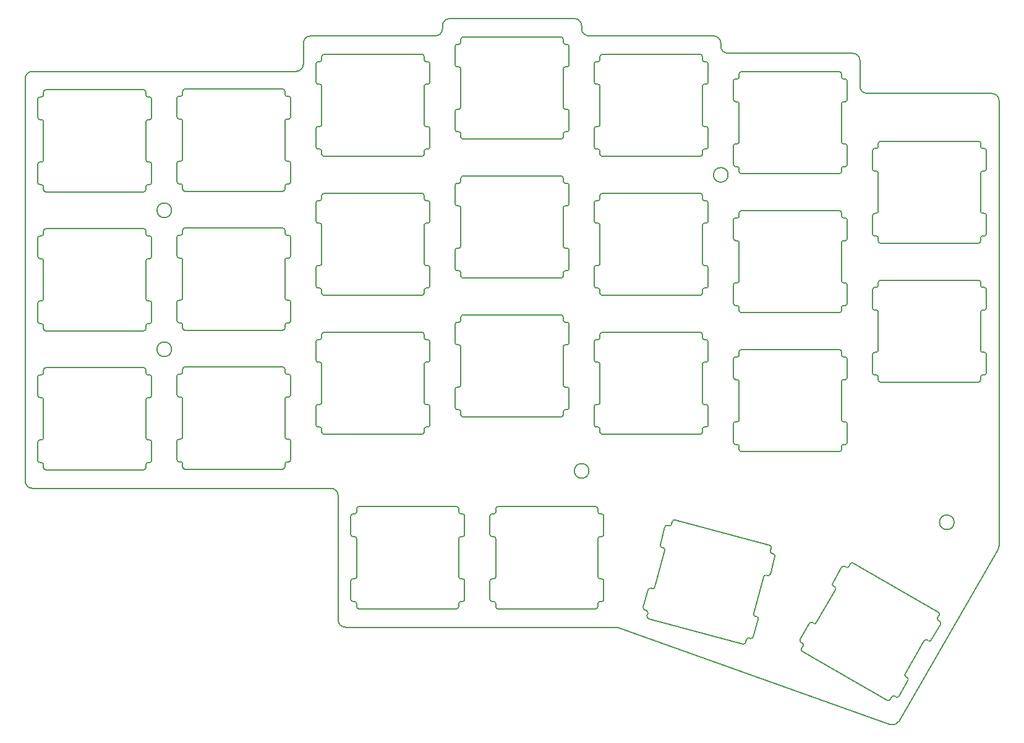
<source format=gm1>
G04 #@! TF.GenerationSoftware,KiCad,Pcbnew,(5.0.2)-1*
G04 #@! TF.CreationDate,2019-09-16T13:17:57-07:00*
G04 #@! TF.ProjectId,plate,706c6174-652e-46b6-9963-61645f706362,rev?*
G04 #@! TF.SameCoordinates,Original*
G04 #@! TF.FileFunction,Profile,NP*
%FSLAX46Y46*%
G04 Gerber Fmt 4.6, Leading zero omitted, Abs format (unit mm)*
G04 Created by KiCad (PCBNEW (5.0.2)-1) date 2019-09-16 1:17:57 PM*
%MOMM*%
%LPD*%
G01*
G04 APERTURE LIST*
%ADD10C,0.200000*%
G04 APERTURE END LIST*
D10*
X110856894Y-76143825D02*
X111057719Y-75796930D01*
X117448504Y-64128097D02*
X105843496Y-57428703D01*
X112050683Y-75677737D02*
X113300884Y-73513054D01*
X-4750700Y-6549200D02*
X8650100Y-6549200D01*
X-5550000Y3352200D02*
X-5350700Y3352200D01*
X113190962Y-73103130D02*
X113017978Y-73003379D01*
X98842725Y-69554137D02*
X110447275Y-76253333D01*
X103100611Y-60580352D02*
X103273307Y-60680101D01*
X-5850000Y-2749600D02*
X-5850000Y-5248700D01*
X9749400Y3652200D02*
X9749400Y6151300D01*
X-5050700Y7153200D02*
X-5050700Y6751300D01*
X36286450Y-66223700D02*
X73213601Y-66223700D01*
X111467216Y-75687351D02*
X111641030Y-75787584D01*
X100374215Y-65703202D02*
X100200663Y-65603128D01*
X8950100Y-6249200D02*
X8950100Y-5848700D01*
X8950100Y6751300D02*
X8950100Y7153200D01*
X73549270Y-66281720D02*
X110846761Y-79572463D01*
X87674563Y13454063D02*
X87674587Y13835237D01*
X-6575300Y-47173700D02*
X34286450Y-47173700D01*
X-5850000Y6151300D02*
X-5850000Y3652200D01*
X98650115Y-68287789D02*
X98823069Y-68387518D01*
X104240116Y-58004483D02*
X102990783Y-60170692D01*
X104823546Y-57994656D02*
X104649879Y-57894490D01*
X9449400Y6451300D02*
X9250100Y6451300D01*
X125774500Y-55089789D02*
X125774500Y5954000D01*
X9250100Y-5548700D02*
X9449400Y-5548700D01*
X-5350700Y-2449600D02*
X-5550000Y-2449600D01*
X112048442Y-79130507D02*
X125640512Y-55589812D01*
X8950100Y-2149600D02*
X8950100Y3052200D01*
X98933077Y-68797307D02*
X98732848Y-69144423D01*
X-5350700Y6451300D02*
X-5550000Y6451300D01*
X99791046Y-65712933D02*
X98540215Y-67877815D01*
X9449400Y-2449600D02*
X9250100Y-2449600D01*
X103383088Y-61089843D02*
X100783902Y-65593275D01*
X8650100Y7453200D02*
X-4750700Y7453200D01*
X86674587Y14835300D02*
X69624650Y14835300D01*
X9250100Y3352200D02*
X9449400Y3352200D01*
X-5550000Y-5548700D02*
X-5350700Y-5548700D01*
X105433878Y-57538212D02*
X105233063Y-57885089D01*
X9749400Y-5248700D02*
X9749400Y-2749600D01*
X-5050700Y3052200D02*
X-5050700Y-2149600D01*
X124774500Y6954000D02*
X107724500Y6954000D01*
X106724500Y7954000D02*
X106724500Y11454000D01*
X-5050700Y-5848700D02*
X-5050700Y-6249200D01*
X35286450Y-48173700D02*
X35286450Y-65223700D01*
X105724500Y12454000D02*
X88674563Y12454000D01*
X52311900Y-50698700D02*
X52111100Y-50698700D01*
X28000000Y-12202300D02*
X28000000Y-11803300D01*
X28799400Y-15302900D02*
X28799400Y-12802300D01*
X8950100Y-31348700D02*
X8950100Y-30946800D01*
X52611900Y-53497900D02*
X52611900Y-50998700D01*
X52111100Y-53797900D02*
X52311900Y-53797900D01*
X37811800Y-54097900D02*
X37811800Y-59299500D01*
X9250100Y-43648700D02*
X9449400Y-43648700D01*
X-5050700Y-43948700D02*
X-5050700Y-44349200D01*
X51811100Y-59299500D02*
X51811100Y-54097900D01*
X52311900Y-59599500D02*
X52111100Y-59599500D01*
X52611900Y-62398700D02*
X52611900Y-59899500D01*
X9449400Y-40549600D02*
X9250100Y-40549600D01*
X52111100Y-62698700D02*
X52311900Y-62698700D01*
X37011000Y-59899500D02*
X37011000Y-62398700D01*
X9250100Y-34747800D02*
X9449400Y-34747800D01*
X28499400Y-12502300D02*
X28300000Y-12502300D01*
X37511800Y-50698700D02*
X37311000Y-50698700D01*
X51811100Y-63399100D02*
X51811100Y-62998700D01*
X38111800Y-63699100D02*
X51511100Y-63699100D01*
X-5550000Y-43648700D02*
X-5350700Y-43648700D01*
X37311000Y-53797900D02*
X37511800Y-53797900D01*
X8950100Y-40249600D02*
X8950100Y-35047800D01*
X9749400Y-43348700D02*
X9749400Y-40849600D01*
X-5050700Y-30946800D02*
X-5050700Y-31348700D01*
X8650100Y-30646800D02*
X-4750700Y-30646800D01*
X37011000Y-50998700D02*
X37011000Y-53497900D01*
X9749400Y-34447800D02*
X9749400Y-31948700D01*
X-4750700Y-44649200D02*
X8650100Y-44649200D01*
X-5850000Y-40849600D02*
X-5850000Y-43348700D01*
X8950100Y-44349200D02*
X8950100Y-43948700D01*
X37811800Y-62998700D02*
X37811800Y-63399100D01*
X37311000Y-62698700D02*
X37511800Y-62698700D01*
X-5350700Y-31648700D02*
X-5550000Y-31648700D01*
X37811800Y-49996900D02*
X37811800Y-50398700D01*
X51511100Y-49696900D02*
X38111800Y-49696900D01*
X9449400Y-31648700D02*
X9250100Y-31648700D01*
X-5350700Y-40549600D02*
X-5550000Y-40549600D01*
X-5050700Y-35047800D02*
X-5050700Y-40249600D01*
X28000000Y-21101500D02*
X28000000Y-15902900D01*
X28300000Y-15602900D02*
X28499400Y-15602900D01*
X-5850000Y-31948700D02*
X-5850000Y-34447800D01*
X-5550000Y-34747800D02*
X-5350700Y-34747800D01*
X103900000Y-28172000D02*
X90499000Y-28172000D01*
X51811100Y-50398700D02*
X51811100Y-49996900D01*
X37511800Y-59599500D02*
X37311000Y-59599500D01*
X85949000Y-29590400D02*
G75*
G02X85649000Y-29890400I-300000J0D01*
G01*
X71149300Y-35389000D02*
G75*
G02X70849300Y-35689000I-300000J0D01*
G01*
X33049300Y-26090800D02*
G75*
G02X33349300Y-25790800I300000J0D01*
G01*
X85649000Y-35689000D02*
G75*
G02X85949000Y-35989000I0J-300000D01*
G01*
X85150000Y-30190400D02*
G75*
G02X85450000Y-29890400I300000J0D01*
G01*
X70649900Y-38789600D02*
G75*
G02X70349900Y-38489600I0J300000D01*
G01*
X70349900Y-35989000D02*
G75*
G02X70649900Y-35689000I300000J0D01*
G01*
X70649900Y-29890400D02*
G75*
G02X70349900Y-29590400I0J300000D01*
G01*
X85450000Y-26791200D02*
G75*
G02X85150000Y-26491200I0J300000D01*
G01*
X85150000Y-39089600D02*
G75*
G02X85450000Y-38789600I300000J0D01*
G01*
X71449300Y-39790100D02*
G75*
G02X71149300Y-39490100I0J300000D01*
G01*
X66100000Y-24110000D02*
X66100000Y-23709500D01*
X70349900Y-27091200D02*
G75*
G02X70649900Y-26791200I300000J0D01*
G01*
X85649000Y-26791200D02*
G75*
G02X85949000Y-27091200I0J-300000D01*
G01*
X85949000Y-38489600D02*
G75*
G02X85649000Y-38789600I-300000J0D01*
G01*
X85150000Y-39490100D02*
G75*
G02X84850000Y-39790100I-300000J0D01*
G01*
X32749300Y-29890400D02*
G75*
G02X33049300Y-30190400I0J-300000D01*
G01*
X71149300Y-26491200D02*
G75*
G02X70849300Y-26791200I-300000J0D01*
G01*
X70849300Y-38789600D02*
G75*
G02X71149300Y-39089600I0J-300000D01*
G01*
X85450000Y-35689000D02*
G75*
G02X85150000Y-35389000I0J300000D01*
G01*
X70849300Y-29890400D02*
G75*
G02X71149300Y-30190400I0J-300000D01*
G01*
X66599400Y-24410000D02*
X66400000Y-24410000D01*
X66899400Y-27210600D02*
X66899400Y-24710000D01*
X32549900Y-29890400D02*
G75*
G02X32249900Y-29590400I0J300000D01*
G01*
X32249900Y-27091200D02*
G75*
G02X32549900Y-26791200I300000J0D01*
G01*
X71149300Y-26090800D02*
G75*
G02X71449300Y-25790800I300000J0D01*
G01*
X33049300Y-26491200D02*
G75*
G02X32749300Y-26791200I-300000J0D01*
G01*
X84850000Y-25790800D02*
G75*
G02X85150000Y-26090800I0J-300000D01*
G01*
X85649000Y-16639000D02*
X85450000Y-16639000D01*
X85150000Y11608800D02*
X85150000Y12009200D01*
X85450000Y8209600D02*
X85649000Y8209600D01*
X32749300Y-7741200D02*
X32549900Y-7741200D01*
X85150000Y-7441200D02*
X85150000Y-7040800D01*
X71449300Y-20740100D02*
X84850000Y-20740100D01*
X70349900Y-8041200D02*
X70349900Y-10540400D01*
X85649000Y2411000D02*
X85450000Y2411000D01*
X66400000Y-27510600D02*
X66599400Y-27510600D01*
X66100000Y-33007800D02*
X66100000Y-27810600D01*
X70649900Y-10840400D02*
X70849300Y-10840400D01*
X66599400Y-33307800D02*
X66400000Y-33307800D01*
X85949000Y-19439600D02*
X85949000Y-16939000D01*
X85150000Y2711000D02*
X85150000Y7909600D01*
X47849400Y-19439600D02*
X47849400Y-16939000D01*
X85649000Y-7741200D02*
X85450000Y-7741200D01*
X84850000Y-6740800D02*
X71449300Y-6740800D01*
X66100000Y-37108800D02*
X66100000Y-36708300D01*
X85450000Y-19739600D02*
X85649000Y-19739600D01*
X85949000Y8509600D02*
X85949000Y11008800D01*
X51299900Y-33607800D02*
X51299900Y-36108300D01*
X71149300Y-20039600D02*
X71149300Y-20440100D01*
X33049300Y-7040800D02*
X33049300Y-7441200D01*
X47849400Y-10540400D02*
X47849400Y-8041200D01*
X33049300Y-11140400D02*
X33049300Y-16339000D01*
X47050000Y-20440100D02*
X47050000Y-20039600D01*
X33049300Y-20039600D02*
X33049300Y-20440100D01*
X32549900Y-10840400D02*
X32749300Y-10840400D01*
X70849300Y-7741200D02*
X70649900Y-7741200D01*
X51799300Y-24410000D02*
X51599900Y-24410000D01*
X51799300Y-33307800D02*
X51599900Y-33307800D01*
X52099300Y-27810600D02*
X52099300Y-33007800D01*
X51599900Y-27510600D02*
X51799300Y-27510600D01*
X47350000Y-10840400D02*
X47549400Y-10840400D01*
X32749300Y-16639000D02*
X32549900Y-16639000D01*
X85949000Y-10540400D02*
X85949000Y-8041200D01*
X85450000Y-10840400D02*
X85649000Y-10840400D01*
X70849300Y-16639000D02*
X70649900Y-16639000D01*
X71149300Y-7040800D02*
X71149300Y-7441200D01*
X66899400Y-36108300D02*
X66899400Y-33607800D01*
X66400000Y-36408300D02*
X66599400Y-36408300D01*
X52399300Y-37408800D02*
X65800000Y-37408800D01*
X70649900Y-19739600D02*
X70849300Y-19739600D01*
X85949000Y-389600D02*
X85949000Y2111000D01*
X52099300Y-36708300D02*
X52099300Y-37108800D01*
X51599900Y-36408300D02*
X51799300Y-36408300D01*
X65800000Y-23409500D02*
X52399300Y-23409500D01*
X51299900Y-24710000D02*
X51299900Y-27210600D01*
X32249900Y-16939000D02*
X32249900Y-19439600D01*
X46750000Y-6740800D02*
X33349300Y-6740800D01*
X71149300Y-11140400D02*
X71149300Y-16339000D01*
X47050000Y-7441200D02*
X47050000Y-7040800D01*
X85150000Y-20440100D02*
X85150000Y-20039600D01*
X47350000Y-19739600D02*
X47549400Y-19739600D01*
X32549900Y-19739600D02*
X32749300Y-19739600D01*
X85649000Y11308800D02*
X85450000Y11308800D01*
X70349900Y-16939000D02*
X70349900Y-19439600D01*
X52099300Y-23709500D02*
X52099300Y-24110000D01*
X47549400Y-7741200D02*
X47350000Y-7741200D01*
X47050000Y-16339000D02*
X47050000Y-11140400D01*
X47549400Y-16639000D02*
X47350000Y-16639000D01*
X33349300Y-20740100D02*
X46750000Y-20740100D01*
X32249900Y-8041200D02*
X32249900Y-10540400D01*
X85150000Y-16339000D02*
X85150000Y-11140400D01*
X66100000Y-36708300D02*
G75*
G02X66400000Y-36408300I300000J0D01*
G01*
X51299900Y-24710000D02*
G75*
G02X51599900Y-24410000I300000J0D01*
G01*
X66100000Y-27810600D02*
G75*
G02X66400000Y-27510600I300000J0D01*
G01*
X66899400Y-36108300D02*
G75*
G02X66599400Y-36408300I-300000J0D01*
G01*
X33049300Y-7040800D02*
G75*
G02X33349300Y-6740800I300000J0D01*
G01*
X47050000Y-20440100D02*
G75*
G02X46750000Y-20740100I-300000J0D01*
G01*
X33049300Y-16339000D02*
G75*
G02X32749300Y-16639000I-300000J0D01*
G01*
X51599900Y-27510600D02*
G75*
G02X51299900Y-27210600I0J300000D01*
G01*
X51799300Y-36408300D02*
G75*
G02X52099300Y-36708300I0J-300000D01*
G01*
X52099300Y-24110000D02*
G75*
G02X51799300Y-24410000I-300000J0D01*
G01*
X47350000Y-16639000D02*
G75*
G02X47050000Y-16339000I0J300000D01*
G01*
X32249900Y-8041200D02*
G75*
G02X32549900Y-7741200I300000J0D01*
G01*
X47549400Y-16639000D02*
G75*
G02X47849400Y-16939000I0J-300000D01*
G01*
X32749300Y-10840400D02*
G75*
G02X33049300Y-11140400I0J-300000D01*
G01*
X32249900Y-16939000D02*
G75*
G02X32549900Y-16639000I300000J0D01*
G01*
X65800000Y-23409500D02*
G75*
G02X66100000Y-23709500I0J-300000D01*
G01*
X66400000Y-33307800D02*
G75*
G02X66100000Y-33007800I0J300000D01*
G01*
X47549400Y-7741200D02*
G75*
G02X47849400Y-8041200I0J-300000D01*
G01*
X66400000Y-24410000D02*
G75*
G02X66100000Y-24110000I0J300000D01*
G01*
X47350000Y-7741200D02*
G75*
G02X47050000Y-7441200I0J300000D01*
G01*
X47849400Y-10540400D02*
G75*
G02X47549400Y-10840400I-300000J0D01*
G01*
X33049300Y-7441200D02*
G75*
G02X32749300Y-7741200I-300000J0D01*
G01*
X51299900Y-33607800D02*
G75*
G02X51599900Y-33307800I300000J0D01*
G01*
X32549900Y-10840400D02*
G75*
G02X32249900Y-10540400I0J300000D01*
G01*
X51599900Y-36408300D02*
G75*
G02X51299900Y-36108300I0J300000D01*
G01*
X46750000Y-6740800D02*
G75*
G02X47050000Y-7040800I0J-300000D01*
G01*
X47849400Y-19439600D02*
G75*
G02X47549400Y-19739600I-300000J0D01*
G01*
X32549900Y-19739600D02*
G75*
G02X32249900Y-19439600I0J300000D01*
G01*
X52099300Y-23709500D02*
G75*
G02X52399300Y-23409500I300000J0D01*
G01*
X52099300Y-33007800D02*
G75*
G02X51799300Y-33307800I-300000J0D01*
G01*
X47050000Y-11140400D02*
G75*
G02X47350000Y-10840400I300000J0D01*
G01*
X66599400Y-24410000D02*
G75*
G02X66899400Y-24710000I0J-300000D01*
G01*
X66899400Y-27210600D02*
G75*
G02X66599400Y-27510600I-300000J0D01*
G01*
X47050000Y-20039600D02*
G75*
G02X47350000Y-19739600I300000J0D01*
G01*
X66100000Y-37108800D02*
G75*
G02X65800000Y-37408800I-300000J0D01*
G01*
X52399300Y-37408800D02*
G75*
G02X52099300Y-37108800I0J300000D01*
G01*
X33349300Y-20740100D02*
G75*
G02X33049300Y-20440100I0J300000D01*
G01*
X32749300Y-19739600D02*
G75*
G02X33049300Y-20039600I0J-300000D01*
G01*
X66599400Y-33307800D02*
G75*
G02X66899400Y-33607800I0J-300000D01*
G01*
X51799300Y-27510600D02*
G75*
G02X52099300Y-27810600I0J-300000D01*
G01*
X85150000Y-20440100D02*
G75*
G02X84850000Y-20740100I-300000J0D01*
G01*
X71149300Y11608800D02*
G75*
G02X70849300Y11308800I-300000J0D01*
G01*
X123550000Y-597500D02*
G75*
G02X123250000Y-297500I0J300000D01*
G01*
X71449300Y-20740100D02*
G75*
G02X71149300Y-20440100I0J300000D01*
G01*
X70649900Y-10840400D02*
G75*
G02X70349900Y-10540400I0J300000D01*
G01*
X85450000Y11308800D02*
G75*
G02X85150000Y11608800I0J300000D01*
G01*
X123250000Y-3996700D02*
G75*
G02X123550000Y-3696700I300000J0D01*
G01*
X108449000Y-897500D02*
G75*
G02X108749000Y-597500I300000J0D01*
G01*
X108749000Y-12595800D02*
G75*
G02X108449000Y-12295800I0J300000D01*
G01*
X84850000Y-6740800D02*
G75*
G02X85150000Y-7040800I0J-300000D01*
G01*
X85450000Y-7741200D02*
G75*
G02X85150000Y-7441200I0J300000D01*
G01*
X85649000Y-7741200D02*
G75*
G02X85949000Y-8041200I0J-300000D01*
G01*
X71149300Y-16339000D02*
G75*
G02X70849300Y-16639000I-300000J0D01*
G01*
X85649000Y11308800D02*
G75*
G02X85949000Y11008800I0J-300000D01*
G01*
X85150000Y-11140400D02*
G75*
G02X85450000Y-10840400I300000J0D01*
G01*
X85649000Y-16639000D02*
G75*
G02X85949000Y-16939000I0J-300000D01*
G01*
X85949000Y-19439600D02*
G75*
G02X85649000Y-19739600I-300000J0D01*
G01*
X70849300Y-19739600D02*
G75*
G02X71149300Y-20039600I0J-300000D01*
G01*
X123550000Y-9495300D02*
G75*
G02X123250000Y-9195300I0J300000D01*
G01*
X70649900Y-19739600D02*
G75*
G02X70349900Y-19439600I0J300000D01*
G01*
X70349900Y2111000D02*
G75*
G02X70649900Y2411000I300000J0D01*
G01*
X70349900Y-16939000D02*
G75*
G02X70649900Y-16639000I300000J0D01*
G01*
X71449300Y-1690100D02*
G75*
G02X71149300Y-1390100I0J300000D01*
G01*
X84850000Y12309200D02*
G75*
G02X85150000Y12009200I0J-300000D01*
G01*
X109249000Y-9195300D02*
G75*
G02X108949000Y-9495300I-300000J0D01*
G01*
X85150000Y7909600D02*
G75*
G02X85450000Y8209600I300000J0D01*
G01*
X85150000Y-989600D02*
G75*
G02X85450000Y-689600I300000J0D01*
G01*
X85649000Y2411000D02*
G75*
G02X85949000Y2111000I0J-300000D01*
G01*
X85150000Y-1390100D02*
G75*
G02X84850000Y-1690100I-300000J0D01*
G01*
X70849300Y-689600D02*
G75*
G02X71149300Y-989600I0J-300000D01*
G01*
X123250000Y-12895800D02*
G75*
G02X123550000Y-12595800I300000J0D01*
G01*
X70649900Y8209600D02*
G75*
G02X70349900Y8509600I0J300000D01*
G01*
X123250000Y-13294900D02*
G75*
G02X122950000Y-13594900I-300000J0D01*
G01*
X108949000Y-3696700D02*
G75*
G02X109249000Y-3996700I0J-300000D01*
G01*
X104500000Y-10122500D02*
G75*
G02X104200000Y-9822500I0J300000D01*
G01*
X104999000Y-12921700D02*
G75*
G02X104699000Y-13221700I-300000J0D01*
G01*
X70849300Y-10840400D02*
G75*
G02X71149300Y-11140400I0J-300000D01*
G01*
X70349900Y-8041200D02*
G75*
G02X70649900Y-7741200I300000J0D01*
G01*
X71149300Y-7441200D02*
G75*
G02X70849300Y-7741200I-300000J0D01*
G01*
X71149300Y-7040800D02*
G75*
G02X71449300Y-6740800I300000J0D01*
G01*
X85949000Y8509600D02*
G75*
G02X85649000Y8209600I-300000J0D01*
G01*
X85949000Y-389600D02*
G75*
G02X85649000Y-689600I-300000J0D01*
G01*
X85450000Y2411000D02*
G75*
G02X85150000Y2711000I0J300000D01*
G01*
X70649900Y-689600D02*
G75*
G02X70349900Y-389600I0J300000D01*
G01*
X71149300Y2711000D02*
G75*
G02X70849300Y2411000I-300000J0D01*
G01*
X70849300Y8209600D02*
G75*
G02X71149300Y7909600I0J-300000D01*
G01*
X70349900Y11008800D02*
G75*
G02X70649900Y11308800I300000J0D01*
G01*
X108749000Y-3696700D02*
G75*
G02X108449000Y-3396700I0J300000D01*
G01*
X122950000Y403000D02*
G75*
G02X123250000Y103000I0J-300000D01*
G01*
X109249000Y-297500D02*
G75*
G02X108949000Y-597500I-300000J0D01*
G01*
X104699000Y-10122500D02*
G75*
G02X104999000Y-10422500I0J-300000D01*
G01*
X71149300Y12009200D02*
G75*
G02X71449300Y12309200I300000J0D01*
G01*
X123749000Y-597500D02*
G75*
G02X124049000Y-897500I0J-300000D01*
G01*
X124049000Y-3396700D02*
G75*
G02X123749000Y-3696700I-300000J0D01*
G01*
X124049000Y-12295800D02*
G75*
G02X123749000Y-12595800I-300000J0D01*
G01*
X108449000Y-9795300D02*
G75*
G02X108749000Y-9495300I300000J0D01*
G01*
X108949000Y-12595800D02*
G75*
G02X109249000Y-12895800I0J-300000D01*
G01*
X123749000Y-9495300D02*
G75*
G02X124049000Y-9795300I0J-300000D01*
G01*
X109549000Y-13594900D02*
G75*
G02X109249000Y-13294900I0J300000D01*
G01*
X103900000Y-9122000D02*
G75*
G02X104200000Y-9422000I0J-300000D01*
G01*
X109249000Y103000D02*
G75*
G02X109549000Y403000I300000J0D01*
G01*
X85949000Y-10540400D02*
G75*
G02X85649000Y-10840400I-300000J0D01*
G01*
X85450000Y-16639000D02*
G75*
G02X85150000Y-16339000I0J300000D01*
G01*
X85150000Y-20039600D02*
G75*
G02X85450000Y-19739600I300000J0D01*
G01*
X119630500Y-51840000D02*
G75*
G03X119630500Y-51840000I-1000000J0D01*
G01*
X12474700Y-28123700D02*
G75*
G03X12474700Y-28123700I-1000000J0D01*
G01*
X12474700Y-9073700D02*
G75*
G03X12474700Y-9073700I-1000000J0D01*
G01*
X71149300Y-30190400D02*
X71149300Y-35389000D01*
X70649900Y-29890400D02*
X70849300Y-29890400D01*
X70349900Y-27091200D02*
X70349900Y-29590400D01*
X70849300Y-26791200D02*
X70649900Y-26791200D01*
X71149300Y-26090800D02*
X71149300Y-26491200D01*
X84850000Y-25790800D02*
X71449300Y-25790800D01*
X88674650Y-4214700D02*
G75*
G03X88674650Y-4214700I-1000000J0D01*
G01*
X69624450Y-44792700D02*
G75*
G03X69624450Y-44792700I-1000000J0D01*
G01*
X78281335Y-60927001D02*
X78088550Y-60875095D01*
X104200000Y-28872500D02*
X104200000Y-28472000D01*
X67624650Y17215800D02*
X50574650Y17215800D01*
X-7575300Y8976300D02*
X-7575300Y-46173700D01*
X77800094Y-65043139D02*
X90743206Y-68510761D01*
X104699000Y-38070300D02*
X104500000Y-38070300D01*
X49574650Y16215800D02*
X49574650Y15835300D01*
X48574650Y14835300D02*
X31524650Y14835300D01*
X30524650Y13835300D02*
X30524650Y10976300D01*
X29524650Y9976300D02*
X-6575300Y9976300D01*
X94366360Y-54986704D02*
X81422940Y-51519096D01*
X94475273Y-55740686D02*
X94578569Y-55353888D01*
X94880086Y-56159414D02*
X94687560Y-56107891D01*
X93884751Y-59103072D02*
X94078347Y-59154839D01*
X89899000Y-38070300D02*
X89700000Y-38070300D01*
X91581624Y-67699946D02*
X91774250Y-67751521D01*
X77286274Y-63869019D02*
X77479507Y-63920676D01*
X89400000Y-38370300D02*
X89400000Y-40870800D01*
X81055563Y-51731102D02*
X80951738Y-52117894D01*
X80584357Y-52329899D02*
X80392254Y-52278431D01*
X104200000Y-37770300D02*
X104200000Y-32571700D01*
X89899000Y-29172500D02*
X89700000Y-29172500D01*
X92171619Y-64337954D02*
X93517476Y-59315242D01*
X104200000Y-41869900D02*
X104200000Y-41470800D01*
X90199000Y-41470800D02*
X90199000Y-41869900D01*
X89700000Y-41170800D02*
X89899000Y-41170800D01*
X90199000Y-32571700D02*
X90199000Y-37770300D01*
X80024843Y-52490547D02*
X79377847Y-54904563D01*
X92576909Y-64757030D02*
X92383899Y-64705419D01*
X89400000Y-29472500D02*
X89400000Y-31971700D01*
X91110608Y-68298671D02*
X91214268Y-67912047D01*
X77691805Y-64288148D02*
X77587953Y-64675710D01*
X79994615Y-55691301D02*
X78649117Y-60714932D01*
X79589520Y-55271882D02*
X79782929Y-55324031D01*
X104500000Y-32271700D02*
X104699000Y-32271700D01*
X90199000Y-28472000D02*
X90199000Y-28872500D01*
X90499000Y-42169900D02*
X103900000Y-42169900D01*
X77720772Y-61087148D02*
X77073971Y-63501566D01*
X104999000Y-40870800D02*
X104999000Y-38370300D01*
X104999000Y-31971700D02*
X104999000Y-29472500D01*
X68624650Y15835300D02*
X68624650Y16215800D01*
X94445640Y-58942597D02*
X95092327Y-56526792D01*
X104500000Y-41170800D02*
X104699000Y-41170800D01*
X104699000Y-29172500D02*
X104500000Y-29172500D01*
X92141604Y-67539430D02*
X92789174Y-65124549D01*
X89700000Y-32271700D02*
X89899000Y-32271700D01*
X124049000Y-12295800D02*
X124049000Y-9795300D01*
X123550000Y-3696700D02*
X123749000Y-3696700D01*
X123250000Y-9195300D02*
X123250000Y-3996700D01*
X108749000Y-12595800D02*
X108949000Y-12595800D01*
X123250000Y-13294900D02*
X123250000Y-12895800D01*
X108449000Y-9795300D02*
X108449000Y-12295800D01*
X108949000Y-9495300D02*
X108749000Y-9495300D01*
X85450000Y-689600D02*
X85649000Y-689600D01*
X85150000Y-1390100D02*
X85150000Y-989600D01*
X70649900Y8209600D02*
X70849300Y8209600D01*
X124049000Y-3396700D02*
X124049000Y-897500D01*
X123250000Y-297500D02*
X123250000Y103000D01*
X109249000Y-3996700D02*
X109249000Y-9195300D01*
X70849300Y11308800D02*
X70649900Y11308800D01*
X71449300Y-1690100D02*
X84850000Y-1690100D01*
X71149300Y12009200D02*
X71149300Y11608800D01*
X84850000Y12309200D02*
X71449300Y12309200D01*
X71149300Y-989600D02*
X71149300Y-1390100D01*
X70649900Y-689600D02*
X70849300Y-689600D01*
X70849300Y2411000D02*
X70649900Y2411000D01*
X71149300Y7909600D02*
X71149300Y2711000D01*
X109249000Y-12895800D02*
X109249000Y-13294900D01*
X123749000Y-9495300D02*
X123550000Y-9495300D01*
X123550000Y-12595800D02*
X123749000Y-12595800D01*
X70349900Y2111000D02*
X70349900Y-389600D01*
X70349900Y11008800D02*
X70349900Y8509600D01*
X123749000Y-597500D02*
X123550000Y-597500D01*
X109549000Y-13594900D02*
X122950000Y-13594900D01*
X108749000Y-3696700D02*
X108949000Y-3696700D01*
X89899000Y-19020300D02*
X89700000Y-19020300D01*
X104500000Y-22120800D02*
X104699000Y-22120800D01*
X32549900Y-689600D02*
X32749300Y-689600D01*
X8950100Y-12298700D02*
X8950100Y-11896800D01*
X108449000Y-897500D02*
X108449000Y-3396700D01*
X47050000Y2711000D02*
X47050000Y7909600D01*
X-5050700Y-11896800D02*
X-5050700Y-12298700D01*
X33049300Y7909600D02*
X33049300Y2711000D01*
X108949000Y-597500D02*
X108749000Y-597500D01*
X90199000Y-9422000D02*
X90199000Y-9822500D01*
X109249000Y103000D02*
X109249000Y-297500D01*
X33049300Y-989600D02*
X33049300Y-1390100D01*
X-5050700Y-24898700D02*
X-5050700Y-25299200D01*
X32749300Y2411000D02*
X32549900Y2411000D01*
X47050000Y11608800D02*
X47050000Y12009200D01*
X122950000Y403000D02*
X109549000Y403000D01*
X104200000Y-9822500D02*
X104200000Y-9422000D01*
X104699000Y-10122500D02*
X104500000Y-10122500D01*
X104999000Y-21820800D02*
X104999000Y-19320300D01*
X89700000Y-22120800D02*
X89899000Y-22120800D01*
X47549400Y11308800D02*
X47350000Y11308800D01*
X47050000Y-1390100D02*
X47050000Y-989600D01*
X32249900Y11008800D02*
X32249900Y8509600D01*
X9449400Y-21499600D02*
X9250100Y-21499600D01*
X9749400Y-15397800D02*
X9749400Y-12898700D01*
X-5850000Y-21799600D02*
X-5850000Y-24298700D01*
X8950100Y-21199600D02*
X8950100Y-15997800D01*
X-5850000Y-12898700D02*
X-5850000Y-15397800D01*
X89700000Y-13221700D02*
X89899000Y-13221700D01*
X47849400Y8509600D02*
X47849400Y11008800D01*
X103900000Y-9122000D02*
X90499000Y-9122000D01*
X104999000Y-12921700D02*
X104999000Y-10422500D01*
X104500000Y-13221700D02*
X104699000Y-13221700D01*
X104200000Y-18720300D02*
X104200000Y-13521700D01*
X90499000Y-23119900D02*
X103900000Y-23119900D01*
X32749300Y11308800D02*
X32549900Y11308800D01*
X9449400Y-12598700D02*
X9250100Y-12598700D01*
X9749400Y-24298700D02*
X9749400Y-21799600D01*
X47350000Y-689600D02*
X47549400Y-689600D01*
X104699000Y-19020300D02*
X104500000Y-19020300D01*
X9250100Y-15697800D02*
X9449400Y-15697800D01*
X104200000Y-22819900D02*
X104200000Y-22420800D01*
X90199000Y-22420800D02*
X90199000Y-22819900D01*
X90199000Y-13521700D02*
X90199000Y-18720300D01*
X89400000Y-19320300D02*
X89400000Y-21820800D01*
X89400000Y-10422500D02*
X89400000Y-12921700D01*
X33349300Y-1690100D02*
X46750000Y-1690100D01*
X9250100Y-24598700D02*
X9449400Y-24598700D01*
X-5050700Y-15997800D02*
X-5050700Y-21199600D01*
X89899000Y-10122500D02*
X89700000Y-10122500D01*
X-4750700Y-25599200D02*
X8650100Y-25599200D01*
X-5350700Y-12598700D02*
X-5550000Y-12598700D01*
X47350000Y8209600D02*
X47549400Y8209600D01*
X32249900Y2111000D02*
X32249900Y-389600D01*
X33049300Y12009200D02*
X33049300Y11608800D01*
X-5350700Y-21499600D02*
X-5550000Y-21499600D01*
X47549400Y2411000D02*
X47350000Y2411000D01*
X47849400Y-389600D02*
X47849400Y2111000D01*
X8950100Y-25299200D02*
X8950100Y-24898700D01*
X46750000Y12309200D02*
X33349300Y12309200D01*
X-5550000Y-15697800D02*
X-5350700Y-15697800D01*
X32549900Y8209600D02*
X32749300Y8209600D01*
X-5550000Y-24598700D02*
X-5350700Y-24598700D01*
X28799400Y-5152100D02*
X28799400Y-2651500D01*
X28499400Y6547700D02*
X28300000Y6547700D01*
X13699300Y-21401500D02*
X13500000Y-21401500D01*
X13999300Y-15902900D02*
X13999300Y-21101500D01*
X13200000Y-12802300D02*
X13200000Y-15302900D01*
X27700000Y-11503300D02*
X14299300Y-11503300D01*
X28499400Y-21401500D02*
X28300000Y-21401500D01*
X13699300Y-12502300D02*
X13500000Y-12502300D01*
X13999300Y-24802100D02*
X13999300Y-25201100D01*
X13200000Y-21701500D02*
X13200000Y-24202100D01*
X28000000Y-2051500D02*
X28000000Y3147100D01*
X13999300Y-11803300D02*
X13999300Y-12202300D01*
X28300000Y3447100D02*
X28499400Y3447100D01*
X28799400Y3747100D02*
X28799400Y6247700D01*
X28799400Y-24202100D02*
X28799400Y-21701500D01*
X28300000Y-5452100D02*
X28499400Y-5452100D01*
X28300000Y-24502100D02*
X28499400Y-24502100D01*
X28000000Y-25201100D02*
X28000000Y-24802100D01*
X14299300Y-25501100D02*
X27700000Y-25501100D01*
X13500000Y-15602900D02*
X13699300Y-15602900D01*
X28000000Y6847700D02*
X28000000Y7246700D01*
X28499400Y-2351500D02*
X28300000Y-2351500D01*
X13500000Y-24502100D02*
X13699300Y-24502100D01*
X13699300Y-2351500D02*
X13500000Y-2351500D01*
X13999300Y3147100D02*
X13999300Y-2051500D01*
X123749000Y-28545300D02*
X123550000Y-28545300D01*
X123250000Y-28245300D02*
X123250000Y-23046700D01*
X124049000Y-31345800D02*
X124049000Y-28845300D01*
X109549000Y-32644900D02*
X122950000Y-32644900D01*
X109249000Y-31945800D02*
X109249000Y-32344900D01*
X123749000Y-19647500D02*
X123550000Y-19647500D01*
X123250000Y-19347500D02*
X123250000Y-18947000D01*
X13999300Y-5752100D02*
X13999300Y-6151100D01*
X13500000Y-5452100D02*
X13699300Y-5452100D01*
X13200000Y6247700D02*
X13200000Y3747100D01*
X13500000Y3447100D02*
X13699300Y3447100D01*
X28000000Y-6151100D02*
X28000000Y-5752100D01*
X123250000Y-32344900D02*
X123250000Y-31945800D01*
X14299300Y-6451100D02*
X27700000Y-6451100D01*
X13699300Y6547700D02*
X13500000Y6547700D01*
X124049000Y-22446700D02*
X124049000Y-19947500D01*
X13200000Y-2651500D02*
X13200000Y-5152100D01*
X123550000Y-22746700D02*
X123749000Y-22746700D01*
X123550000Y-31645800D02*
X123749000Y-31645800D01*
X13999300Y7246700D02*
X13999300Y6847700D01*
X27700000Y7546700D02*
X14299300Y7546700D01*
X90499000Y-4069900D02*
X103900000Y-4069900D01*
X90199000Y-3370800D02*
X90199000Y-3769900D01*
X104200000Y9227500D02*
X104200000Y9628000D01*
X104500000Y-3070800D02*
X104699000Y-3070800D01*
X122950000Y-18647000D02*
X109549000Y-18647000D01*
X108749000Y-31645800D02*
X108949000Y-31645800D01*
X104699000Y8927500D02*
X104500000Y8927500D01*
X89700000Y-3070800D02*
X89899000Y-3070800D01*
X104999000Y-2770800D02*
X104999000Y-270300D01*
X108449000Y-28845300D02*
X108449000Y-31345800D01*
X108749000Y-22746700D02*
X108949000Y-22746700D01*
X109249000Y-18947000D02*
X109249000Y-19347500D01*
X104200000Y-3769900D02*
X104200000Y-3370800D01*
X104699000Y29700D02*
X104500000Y29700D01*
X89400000Y-270300D02*
X89400000Y-2770800D01*
X104200000Y329700D02*
X104200000Y5528300D01*
X108949000Y-28545300D02*
X108749000Y-28545300D01*
X109249000Y-23046700D02*
X109249000Y-28245300D01*
X108449000Y-19947500D02*
X108449000Y-22446700D01*
X104999000Y6128300D02*
X104999000Y8627500D01*
X104500000Y5828300D02*
X104699000Y5828300D01*
X108949000Y-19647500D02*
X108749000Y-19647500D01*
X89899000Y29700D02*
X89700000Y29700D01*
X52099300Y10289400D02*
X52099300Y5092200D01*
X66400000Y1691700D02*
X66599400Y1691700D01*
X51799300Y4792200D02*
X51599900Y4792200D01*
X66100000Y991200D02*
X66100000Y1391700D01*
X51299900Y13390000D02*
X51299900Y10889400D01*
X66899400Y1991700D02*
X66899400Y4492200D01*
X89700000Y5828300D02*
X89899000Y5828300D01*
X103900000Y9928000D02*
X90499000Y9928000D01*
X66899400Y10889400D02*
X66899400Y13390000D01*
X66599400Y13690000D02*
X66400000Y13690000D01*
X51299900Y4492200D02*
X51299900Y1991700D01*
X90199000Y5528300D02*
X90199000Y329700D01*
X89400000Y8627500D02*
X89400000Y6128300D01*
X52099300Y1391700D02*
X52099300Y991200D01*
X51599900Y10589400D02*
X51799300Y10589400D01*
X51599900Y1691700D02*
X51799300Y1691700D01*
X89899000Y8927500D02*
X89700000Y8927500D01*
X90199000Y9628000D02*
X90199000Y9227500D01*
X66100000Y13990000D02*
X66100000Y14390500D01*
X66100000Y5092200D02*
X66100000Y10289400D01*
X66599400Y4792200D02*
X66400000Y4792200D01*
X66400000Y10589400D02*
X66599400Y10589400D01*
X52399300Y691200D02*
X65800000Y691200D01*
X66100000Y-18058800D02*
X66100000Y-17658300D01*
X52099300Y-17658300D02*
X52099300Y-18058800D01*
X51599900Y-17358300D02*
X51799300Y-17358300D01*
X51799300Y-5360000D02*
X51599900Y-5360000D01*
X52099300Y-4659500D02*
X52099300Y-5060000D01*
X65800000Y-4359500D02*
X52399300Y-4359500D01*
X51799300Y13690000D02*
X51599900Y13690000D01*
X52099300Y14390500D02*
X52099300Y13990000D01*
X66100000Y-13957800D02*
X66100000Y-8760600D01*
X52099300Y-8760600D02*
X52099300Y-13957800D01*
X65800000Y14690500D02*
X52399300Y14690500D01*
X51799300Y-14257800D02*
X51599900Y-14257800D01*
X51299900Y-5660000D02*
X51299900Y-8160600D01*
X66100000Y-5060000D02*
X66100000Y-4659500D01*
X66599400Y-5360000D02*
X66400000Y-5360000D01*
X66899400Y-8160600D02*
X66899400Y-5660000D01*
X66400000Y-17358300D02*
X66599400Y-17358300D01*
X66400000Y-8460600D02*
X66599400Y-8460600D01*
X51599900Y-8460600D02*
X51799300Y-8460600D01*
X66599400Y-14257800D02*
X66400000Y-14257800D01*
X52399300Y-18358800D02*
X65800000Y-18358800D01*
X51299900Y-14557800D02*
X51299900Y-17058300D01*
X66899400Y-17058300D02*
X66899400Y-14557800D01*
X28799400Y3747100D02*
G75*
G02X28499400Y3447100I-300000J0D01*
G01*
X28300000Y-2351500D02*
G75*
G02X28000000Y-2051500I0J300000D01*
G01*
X28499400Y-2351500D02*
G75*
G02X28799400Y-2651500I0J-300000D01*
G01*
X123749000Y-19647500D02*
G75*
G02X124049000Y-19947500I0J-300000D01*
G01*
X13500000Y3447100D02*
G75*
G02X13200000Y3747100I0J300000D01*
G01*
X13200000Y6247700D02*
G75*
G02X13500000Y6547700I300000J0D01*
G01*
X14299300Y-6451100D02*
G75*
G02X13999300Y-6151100I0J300000D01*
G01*
X13500000Y-5452100D02*
G75*
G02X13200000Y-5152100I0J300000D01*
G01*
X13699300Y3447100D02*
G75*
G02X13999300Y3147100I0J-300000D01*
G01*
X13999300Y7246700D02*
G75*
G02X14299300Y7546700I300000J0D01*
G01*
X13500000Y-15602900D02*
G75*
G02X13200000Y-15302900I0J300000D01*
G01*
X13699300Y-15602900D02*
G75*
G02X13999300Y-15902900I0J-300000D01*
G01*
X123550000Y-19647500D02*
G75*
G02X123250000Y-19347500I0J300000D01*
G01*
X28300000Y6547700D02*
G75*
G02X28000000Y6847700I0J300000D01*
G01*
X28000000Y-5752100D02*
G75*
G02X28300000Y-5452100I300000J0D01*
G01*
X13699300Y-5452100D02*
G75*
G02X13999300Y-5752100I0J-300000D01*
G01*
X28000000Y-6151100D02*
G75*
G02X27700000Y-6451100I-300000J0D01*
G01*
X13999300Y6847700D02*
G75*
G02X13699300Y6547700I-300000J0D01*
G01*
X13999300Y-2051500D02*
G75*
G02X13699300Y-2351500I-300000J0D01*
G01*
X13200000Y-12802300D02*
G75*
G02X13500000Y-12502300I300000J0D01*
G01*
X28499400Y6547700D02*
G75*
G02X28799400Y6247700I0J-300000D01*
G01*
X13200000Y-2651500D02*
G75*
G02X13500000Y-2351500I300000J0D01*
G01*
X122950000Y-18647000D02*
G75*
G02X123250000Y-18947000I0J-300000D01*
G01*
X28799400Y-5152100D02*
G75*
G02X28499400Y-5452100I-300000J0D01*
G01*
X28000000Y3147100D02*
G75*
G02X28300000Y3447100I300000J0D01*
G01*
X13999300Y-12202300D02*
G75*
G02X13699300Y-12502300I-300000J0D01*
G01*
X13999300Y-11803300D02*
G75*
G02X14299300Y-11503300I300000J0D01*
G01*
X27700000Y7546700D02*
G75*
G02X28000000Y7246700I0J-300000D01*
G01*
X-5850000Y-31948700D02*
G75*
G02X-5550000Y-31648700I300000J0D01*
G01*
X52111100Y-59599500D02*
G75*
G02X51811100Y-59299500I0J300000D01*
G01*
X89700000Y-41170800D02*
G75*
G02X89400000Y-40870800I0J300000D01*
G01*
X90199000Y-37770300D02*
G75*
G02X89899000Y-38070300I-300000J0D01*
G01*
X37011000Y-59899500D02*
G75*
G02X37311000Y-59599500I300000J0D01*
G01*
X9749400Y-43348700D02*
G75*
G02X9449400Y-43648700I-300000J0D01*
G01*
X-5350700Y-34747800D02*
G75*
G02X-5050700Y-35047800I0J-300000D01*
G01*
X27700000Y-11503300D02*
G75*
G02X28000000Y-11803300I0J-300000D01*
G01*
X28499400Y-12502300D02*
G75*
G02X28799400Y-12802300I0J-300000D01*
G01*
X28799400Y-15302900D02*
G75*
G02X28499400Y-15602900I-300000J0D01*
G01*
X89899000Y-41170800D02*
G75*
G02X90199000Y-41470800I0J-300000D01*
G01*
X90199000Y-28472000D02*
G75*
G02X90499000Y-28172000I300000J0D01*
G01*
X52311900Y-50698700D02*
G75*
G02X52611900Y-50998700I0J-300000D01*
G01*
X28000000Y-15902900D02*
G75*
G02X28300000Y-15602900I300000J0D01*
G01*
X37011000Y-50998700D02*
G75*
G02X37311000Y-50698700I300000J0D01*
G01*
X52311900Y-59599500D02*
G75*
G02X52611900Y-59899500I0J-300000D01*
G01*
X28300000Y-21401500D02*
G75*
G02X28000000Y-21101500I0J300000D01*
G01*
X13699300Y-24502100D02*
G75*
G02X13999300Y-24802100I0J-300000D01*
G01*
X52611900Y-53497900D02*
G75*
G02X52311900Y-53797900I-300000J0D01*
G01*
X51811100Y-63399100D02*
G75*
G02X51511100Y-63699100I-300000J0D01*
G01*
X37811800Y-50398700D02*
G75*
G02X37511800Y-50698700I-300000J0D01*
G01*
X28000000Y-24802100D02*
G75*
G02X28300000Y-24502100I300000J0D01*
G01*
X14299300Y-25501100D02*
G75*
G02X13999300Y-25201100I0J300000D01*
G01*
X-5550000Y-34747800D02*
G75*
G02X-5850000Y-34447800I0J300000D01*
G01*
X28300000Y-12502300D02*
G75*
G02X28000000Y-12202300I0J300000D01*
G01*
X89400000Y-38370300D02*
G75*
G02X89700000Y-38070300I300000J0D01*
G01*
X89899000Y-32271700D02*
G75*
G02X90199000Y-32571700I0J-300000D01*
G01*
X52111100Y-50698700D02*
G75*
G02X51811100Y-50398700I0J300000D01*
G01*
X9749400Y-34447800D02*
G75*
G02X9449400Y-34747800I-300000J0D01*
G01*
X89700000Y-32271700D02*
G75*
G02X89400000Y-31971700I0J300000D01*
G01*
X37811800Y-49996900D02*
G75*
G02X38111800Y-49696900I300000J0D01*
G01*
X-5850000Y-40849600D02*
G75*
G02X-5550000Y-40549600I300000J0D01*
G01*
X51511100Y-49696900D02*
G75*
G02X51811100Y-49996900I0J-300000D01*
G01*
X9250100Y-40549600D02*
G75*
G02X8950100Y-40249600I0J300000D01*
G01*
X13500000Y-24502100D02*
G75*
G02X13200000Y-24202100I0J300000D01*
G01*
X8950100Y-44349200D02*
G75*
G02X8650100Y-44649200I-300000J0D01*
G01*
X51811100Y-54097900D02*
G75*
G02X52111100Y-53797900I300000J0D01*
G01*
X-5550000Y-43648700D02*
G75*
G02X-5850000Y-43348700I0J300000D01*
G01*
X37311000Y-53797900D02*
G75*
G02X37011000Y-53497900I0J300000D01*
G01*
X51811100Y-62998700D02*
G75*
G02X52111100Y-62698700I300000J0D01*
G01*
X9250100Y-31648700D02*
G75*
G02X8950100Y-31348700I0J300000D01*
G01*
X8950100Y-43948700D02*
G75*
G02X9250100Y-43648700I300000J0D01*
G01*
X13200000Y-21701500D02*
G75*
G02X13500000Y-21401500I300000J0D01*
G01*
X-4750700Y-44649200D02*
G75*
G02X-5050700Y-44349200I0J300000D01*
G01*
X38111800Y-63699100D02*
G75*
G02X37811800Y-63399100I0J300000D01*
G01*
X37511800Y-53797900D02*
G75*
G02X37811800Y-54097900I0J-300000D01*
G01*
X37511800Y-62698700D02*
G75*
G02X37811800Y-62998700I0J-300000D01*
G01*
X9449400Y-31648700D02*
G75*
G02X9749400Y-31948700I0J-300000D01*
G01*
X-5050700Y-30946800D02*
G75*
G02X-4750700Y-30646800I300000J0D01*
G01*
X37311000Y-62698700D02*
G75*
G02X37011000Y-62398700I0J300000D01*
G01*
X37811800Y-59299500D02*
G75*
G02X37511800Y-59599500I-300000J0D01*
G01*
X8650100Y-30646800D02*
G75*
G02X8950100Y-30946800I0J-300000D01*
G01*
X9449400Y-40549600D02*
G75*
G02X9749400Y-40849600I0J-300000D01*
G01*
X-5350700Y-43648700D02*
G75*
G02X-5050700Y-43948700I0J-300000D01*
G01*
X28499400Y-21401500D02*
G75*
G02X28799400Y-21701500I0J-300000D01*
G01*
X-5050700Y-40249600D02*
G75*
G02X-5350700Y-40549600I-300000J0D01*
G01*
X28799400Y-24202100D02*
G75*
G02X28499400Y-24502100I-300000J0D01*
G01*
X-5050700Y-31348700D02*
G75*
G02X-5350700Y-31648700I-300000J0D01*
G01*
X89400000Y-29472500D02*
G75*
G02X89700000Y-29172500I300000J0D01*
G01*
X8950100Y-35047800D02*
G75*
G02X9250100Y-34747800I300000J0D01*
G01*
X28000000Y-25201100D02*
G75*
G02X27700000Y-25501100I-300000J0D01*
G01*
X90199000Y-28872500D02*
G75*
G02X89899000Y-29172500I-300000J0D01*
G01*
X52611900Y-62398700D02*
G75*
G02X52311900Y-62698700I-300000J0D01*
G01*
X13999300Y-21101500D02*
G75*
G02X13699300Y-21401500I-300000J0D01*
G01*
X28799400Y-43252100D02*
X28799400Y-40751500D01*
X115916666Y-67980508D02*
X116090085Y-68080505D01*
X28300000Y-34652900D02*
X28499400Y-34652900D01*
X28000000Y-40151500D02*
X28000000Y-34952900D01*
X28499400Y-40451500D02*
X28300000Y-40451500D01*
X71161100Y-62698700D02*
X71361900Y-62698700D01*
X14299300Y-44551100D02*
X27700000Y-44551100D01*
X71661900Y-62398700D02*
X71661900Y-59899500D01*
X70561100Y-49696900D02*
X57161800Y-49696900D01*
X28300000Y-43552100D02*
X28499400Y-43552100D01*
X116499746Y-67970623D02*
X117750417Y-65804547D01*
X71161100Y-53797900D02*
X71361900Y-53797900D01*
X28000000Y-44251100D02*
X28000000Y-43852100D01*
X13999300Y-43852100D02*
X13999300Y-44251100D01*
X13999300Y-30853300D02*
X13999300Y-31252300D01*
X70861100Y-59299500D02*
X70861100Y-54097900D01*
X56861800Y-54097900D02*
X56861800Y-59299500D01*
X13500000Y-43552100D02*
X13699300Y-43552100D01*
X70861100Y-50398700D02*
X70861100Y-49996900D01*
X71361900Y-59599500D02*
X71161100Y-59599500D01*
X13699300Y-31552300D02*
X13500000Y-31552300D01*
X71361900Y-50698700D02*
X71161100Y-50698700D01*
X57161800Y-63699100D02*
X70561100Y-63699100D01*
X56061000Y-59899500D02*
X56061000Y-62398700D01*
X13200000Y-40751500D02*
X13200000Y-43252100D01*
X13699300Y-40451500D02*
X13500000Y-40451500D01*
X13500000Y-34652900D02*
X13699300Y-34652900D01*
X70861100Y-63399100D02*
X70861100Y-62998700D01*
X56861800Y-62998700D02*
X56861800Y-63399100D01*
X13200000Y-31852300D02*
X13200000Y-34352900D01*
X27700000Y-30553300D02*
X14299300Y-30553300D01*
X112908012Y-72593531D02*
X115506978Y-68090436D01*
X56861800Y-49996900D02*
X56861800Y-50398700D01*
X71661900Y-53497900D02*
X71661900Y-50998700D01*
X56361000Y-62698700D02*
X56561800Y-62698700D01*
X56561800Y-50698700D02*
X56361000Y-50698700D01*
X117640472Y-65394650D02*
X117467611Y-65294975D01*
X56061000Y-50998700D02*
X56061000Y-53497900D01*
X56561800Y-59599500D02*
X56361000Y-59599500D01*
X117357734Y-64884961D02*
X117558252Y-64538036D01*
X56361000Y-53797900D02*
X56561800Y-53797900D01*
X8650100Y-11596800D02*
X-4750700Y-11596800D01*
X28000000Y-31252300D02*
X28000000Y-30853300D01*
X28499400Y-31552300D02*
X28300000Y-31552300D01*
X28799400Y-34352900D02*
X28799400Y-31852300D01*
X13999300Y-34952900D02*
X13999300Y-40151500D01*
X70649900Y-38789600D02*
X70849300Y-38789600D01*
X85150000Y-39490100D02*
X85150000Y-39089600D01*
X71449300Y-39790100D02*
X84850000Y-39790100D01*
X85450000Y-29890400D02*
X85649000Y-29890400D01*
X71149300Y-39089600D02*
X71149300Y-39490100D01*
X70349900Y-35989000D02*
X70349900Y-38489600D01*
X85150000Y-35389000D02*
X85150000Y-30190400D01*
X85649000Y-35689000D02*
X85450000Y-35689000D01*
X70849300Y-35689000D02*
X70649900Y-35689000D01*
X85949000Y-38489600D02*
X85949000Y-35989000D01*
X85450000Y-38789600D02*
X85649000Y-38789600D01*
X8950100Y-24898700D02*
G75*
G02X9250100Y-24598700I300000J0D01*
G01*
X104699000Y-19020300D02*
G75*
G02X104999000Y-19320300I0J-300000D01*
G01*
X90199000Y-18720300D02*
G75*
G02X89899000Y-19020300I-300000J0D01*
G01*
X9749400Y-15397800D02*
G75*
G02X9449400Y-15697800I-300000J0D01*
G01*
X89700000Y-22120800D02*
G75*
G02X89400000Y-21820800I0J300000D01*
G01*
X89700000Y-13221700D02*
G75*
G02X89400000Y-12921700I0J300000D01*
G01*
X90199000Y-9422000D02*
G75*
G02X90499000Y-9122000I300000J0D01*
G01*
X47350000Y2411000D02*
G75*
G02X47050000Y2711000I0J300000D01*
G01*
X47050000Y7909600D02*
G75*
G02X47350000Y8209600I300000J0D01*
G01*
X32749300Y-689600D02*
G75*
G02X33049300Y-989600I0J-300000D01*
G01*
X-5850000Y-21799600D02*
G75*
G02X-5550000Y-21499600I300000J0D01*
G01*
X32549900Y8209600D02*
G75*
G02X32249900Y8509600I0J300000D01*
G01*
X9749400Y-24298700D02*
G75*
G02X9449400Y-24598700I-300000J0D01*
G01*
X9250100Y-12598700D02*
G75*
G02X8950100Y-12298700I0J300000D01*
G01*
X-5350700Y-15697800D02*
G75*
G02X-5050700Y-15997800I0J-300000D01*
G01*
X-4750700Y-25599200D02*
G75*
G02X-5050700Y-25299200I0J300000D01*
G01*
X33049300Y2711000D02*
G75*
G02X32749300Y2411000I-300000J0D01*
G01*
X47549400Y2411000D02*
G75*
G02X47849400Y2111000I0J-300000D01*
G01*
X8950100Y-15997800D02*
G75*
G02X9250100Y-15697800I300000J0D01*
G01*
X9449400Y-21499600D02*
G75*
G02X9749400Y-21799600I0J-300000D01*
G01*
X-5550000Y-15697800D02*
G75*
G02X-5850000Y-15397800I0J300000D01*
G01*
X-5050700Y-12298700D02*
G75*
G02X-5350700Y-12598700I-300000J0D01*
G01*
X27700000Y-30553300D02*
G75*
G02X28000000Y-30853300I0J-300000D01*
G01*
X90199000Y-9822500D02*
G75*
G02X89899000Y-10122500I-300000J0D01*
G01*
X8950100Y-25299200D02*
G75*
G02X8650100Y-25599200I-300000J0D01*
G01*
X8650100Y-11596800D02*
G75*
G02X8950100Y-11896800I0J-300000D01*
G01*
X104500000Y-19020300D02*
G75*
G02X104200000Y-18720300I0J300000D01*
G01*
X104999000Y-21820800D02*
G75*
G02X104699000Y-22120800I-300000J0D01*
G01*
X47350000Y11308800D02*
G75*
G02X47050000Y11608800I0J300000D01*
G01*
X32249900Y11008800D02*
G75*
G02X32549900Y11308800I300000J0D01*
G01*
X33049300Y12009200D02*
G75*
G02X33349300Y12309200I300000J0D01*
G01*
X-5050700Y-11896800D02*
G75*
G02X-4750700Y-11596800I300000J0D01*
G01*
X89899000Y-22120800D02*
G75*
G02X90199000Y-22420800I0J-300000D01*
G01*
X104200000Y-22819900D02*
G75*
G02X103900000Y-23119900I-300000J0D01*
G01*
X47050000Y-1390100D02*
G75*
G02X46750000Y-1690100I-300000J0D01*
G01*
X-5550000Y-24598700D02*
G75*
G02X-5850000Y-24298700I0J300000D01*
G01*
X47849400Y-389600D02*
G75*
G02X47549400Y-689600I-300000J0D01*
G01*
X90499000Y-23119900D02*
G75*
G02X90199000Y-22819900I0J300000D01*
G01*
X-5350700Y-24598700D02*
G75*
G02X-5050700Y-24898700I0J-300000D01*
G01*
X89400000Y-19320300D02*
G75*
G02X89700000Y-19020300I300000J0D01*
G01*
X89899000Y-13221700D02*
G75*
G02X90199000Y-13521700I0J-300000D01*
G01*
X89400000Y-10422500D02*
G75*
G02X89700000Y-10122500I300000J0D01*
G01*
X46750000Y12309200D02*
G75*
G02X47050000Y12009200I0J-300000D01*
G01*
X47050000Y-989600D02*
G75*
G02X47350000Y-689600I300000J0D01*
G01*
X32249900Y2111000D02*
G75*
G02X32549900Y2411000I300000J0D01*
G01*
X33349300Y-1690100D02*
G75*
G02X33049300Y-1390100I0J300000D01*
G01*
X33049300Y11608800D02*
G75*
G02X32749300Y11308800I-300000J0D01*
G01*
X32749300Y8209600D02*
G75*
G02X33049300Y7909600I0J-300000D01*
G01*
X9449400Y-12598700D02*
G75*
G02X9749400Y-12898700I0J-300000D01*
G01*
X9250100Y-21499600D02*
G75*
G02X8950100Y-21199600I0J300000D01*
G01*
X32549900Y-689600D02*
G75*
G02X32249900Y-389600I0J300000D01*
G01*
X104200000Y-13521700D02*
G75*
G02X104500000Y-13221700I300000J0D01*
G01*
X-5050700Y-21199600D02*
G75*
G02X-5350700Y-21499600I-300000J0D01*
G01*
X-5850000Y-12898700D02*
G75*
G02X-5550000Y-12598700I300000J0D01*
G01*
X104200000Y-22420800D02*
G75*
G02X104500000Y-22120800I300000J0D01*
G01*
X47549400Y11308800D02*
G75*
G02X47849400Y11008800I0J-300000D01*
G01*
X47849400Y8509600D02*
G75*
G02X47549400Y8209600I-300000J0D01*
G01*
X70861100Y-54097900D02*
G75*
G02X71161100Y-53797900I300000J0D01*
G01*
X56061000Y-59899500D02*
G75*
G02X56361000Y-59599500I300000J0D01*
G01*
X9749400Y3652200D02*
G75*
G02X9449400Y3352200I-300000J0D01*
G01*
X71661900Y-62398700D02*
G75*
G02X71361900Y-62698700I-300000J0D01*
G01*
X57161800Y-63699100D02*
G75*
G02X56861800Y-63399100I0J300000D01*
G01*
X117640470Y-65394650D02*
G75*
G02X117750417Y-65804547I-149857J-259890D01*
G01*
X56061000Y-50998700D02*
G75*
G02X56361000Y-50698700I300000J0D01*
G01*
X100783903Y-65593274D02*
G75*
G02X100374215Y-65703202I-259830J149962D01*
G01*
X9250100Y6451300D02*
G75*
G02X8950100Y6751300I0J300000D01*
G01*
X71661900Y-53497900D02*
G75*
G02X71361900Y-53797900I-300000J0D01*
G01*
X13999300Y-40151500D02*
G75*
G02X13699300Y-40451500I-300000J0D01*
G01*
X13200000Y-31852300D02*
G75*
G02X13500000Y-31552300I300000J0D01*
G01*
X9449400Y6451300D02*
G75*
G02X9749400Y6151300I0J-300000D01*
G01*
X117448504Y-64128098D02*
G75*
G02X117558252Y-64538036I-149987J-259814D01*
G01*
X110856894Y-76143825D02*
G75*
G02X110447275Y-76253333I-259631J150306D01*
G01*
X13699300Y-34652900D02*
G75*
G02X13999300Y-34952900I0J-300000D01*
G01*
X13999300Y-31252300D02*
G75*
G02X13699300Y-31552300I-300000J0D01*
G01*
X13999300Y-30853300D02*
G75*
G02X14299300Y-30553300I300000J0D01*
G01*
X70861100Y-62998700D02*
G75*
G02X71161100Y-62698700I300000J0D01*
G01*
X56361000Y-62698700D02*
G75*
G02X56061000Y-62398700I0J300000D01*
G01*
X56361000Y-53797900D02*
G75*
G02X56061000Y-53497900I0J300000D01*
G01*
X56861800Y-50398700D02*
G75*
G02X56561800Y-50698700I-300000J0D01*
G01*
X113017977Y-73003379D02*
G75*
G02X112908012Y-72593531I149865J259886D01*
G01*
X113190962Y-73103130D02*
G75*
G02X113300884Y-73513054I-149864J-259886D01*
G01*
X103273306Y-60680101D02*
G75*
G02X103383088Y-61089843I-150048J-259780D01*
G01*
X104240116Y-58004483D02*
G75*
G02X104649879Y-57894490I259877J-149880D01*
G01*
X56861800Y-59299500D02*
G75*
G02X56561800Y-59599500I-300000J0D01*
G01*
X71361900Y-50698700D02*
G75*
G02X71661900Y-50998700I0J-300000D01*
G01*
X56561800Y-53797900D02*
G75*
G02X56861800Y-54097900I0J-300000D01*
G01*
X28300000Y-31552300D02*
G75*
G02X28000000Y-31252300I0J300000D01*
G01*
X28499400Y-31552300D02*
G75*
G02X28799400Y-31852300I0J-300000D01*
G01*
X28799400Y-34352900D02*
G75*
G02X28499400Y-34652900I-300000J0D01*
G01*
X28000000Y-34952900D02*
G75*
G02X28300000Y-34652900I300000J0D01*
G01*
X28499400Y-40451500D02*
G75*
G02X28799400Y-40751500I0J-300000D01*
G01*
X28000000Y-43852100D02*
G75*
G02X28300000Y-43552100I300000J0D01*
G01*
X105433878Y-57538212D02*
G75*
G02X105843496Y-57428703I259631J-150306D01*
G01*
X28300000Y-40451500D02*
G75*
G02X28000000Y-40151500I0J300000D01*
G01*
X116499746Y-67970624D02*
G75*
G02X116090085Y-68080505I-259803J150008D01*
G01*
X28799400Y-43252100D02*
G75*
G02X28499400Y-43552100I-300000J0D01*
G01*
X111057719Y-75796931D02*
G75*
G02X111467216Y-75687351I259631J-150305D01*
G01*
X13500000Y-34652900D02*
G75*
G02X13200000Y-34352900I0J300000D01*
G01*
X71161100Y-50698700D02*
G75*
G02X70861100Y-50398700I0J300000D01*
G01*
X105233064Y-57885089D02*
G75*
G02X104823546Y-57994656I-259631J150307D01*
G01*
X70561100Y-49696900D02*
G75*
G02X70861100Y-49996900I0J-300000D01*
G01*
X56561800Y-62698700D02*
G75*
G02X56861800Y-62998700I0J-300000D01*
G01*
X112050683Y-75677738D02*
G75*
G02X111641030Y-75787584I-259786J150038D01*
G01*
X56861800Y-49996900D02*
G75*
G02X57161800Y-49696900I300000J0D01*
G01*
X98650116Y-68287788D02*
G75*
G02X98540215Y-67877815I149858J259889D01*
G01*
X8950100Y3052200D02*
G75*
G02X9250100Y3352200I300000J0D01*
G01*
X98823070Y-68387517D02*
G75*
G02X98933077Y-68797307I-149859J-259890D01*
G01*
X13500000Y-43552100D02*
G75*
G02X13200000Y-43252100I0J300000D01*
G01*
X28000000Y-44251100D02*
G75*
G02X27700000Y-44551100I-300000J0D01*
G01*
X71161100Y-59599500D02*
G75*
G02X70861100Y-59299500I0J300000D01*
G01*
X70861100Y-63399100D02*
G75*
G02X70561100Y-63699100I-300000J0D01*
G01*
X117467611Y-65294976D02*
G75*
G02X117357734Y-64884961I149859J259890D01*
G01*
X99791046Y-65712933D02*
G75*
G02X100200663Y-65603128I259759J-150084D01*
G01*
X8650100Y7453200D02*
G75*
G02X8950100Y7153200I0J-300000D01*
G01*
X14299300Y-44551100D02*
G75*
G02X13999300Y-44251100I0J300000D01*
G01*
X13699300Y-43552100D02*
G75*
G02X13999300Y-43852100I0J-300000D01*
G01*
X115506978Y-68090436D02*
G75*
G02X115916666Y-67980508I259830J-149961D01*
G01*
X103100612Y-60580352D02*
G75*
G02X102990783Y-60170692I150048J259780D01*
G01*
X13200000Y-40751500D02*
G75*
G02X13500000Y-40451500I300000J0D01*
G01*
X71361900Y-59599500D02*
G75*
G02X71661900Y-59899500I0J-300000D01*
G01*
X98842725Y-69554138D02*
G75*
G02X98732848Y-69144423I149989J259815D01*
G01*
X-4750700Y-6549200D02*
G75*
G02X-5050700Y-6249200I0J300000D01*
G01*
X104999000Y-31971700D02*
G75*
G02X104699000Y-32271700I-300000J0D01*
G01*
X-5050700Y7153200D02*
G75*
G02X-4750700Y7453200I300000J0D01*
G01*
X79782928Y-55324031D02*
G75*
G02X79994615Y-55691301I-78099J-289656D01*
G01*
X34286450Y-47173700D02*
G75*
G02X35286450Y-48173700I0J-1000000D01*
G01*
X67624650Y17215800D02*
G75*
G02X68624650Y16215800I0J-1000000D01*
G01*
X107724500Y6954000D02*
G75*
G02X106724500Y7954000I0J1000000D01*
G01*
X92576909Y-64757030D02*
G75*
G02X92789174Y-65124549I-77497J-289817D01*
G01*
X125774500Y-55089789D02*
G75*
G02X125640512Y-55589812I-1000000J0D01*
G01*
X-5350700Y-5548700D02*
G75*
G02X-5050700Y-5848700I0J-300000D01*
G01*
X9749400Y-5248700D02*
G75*
G02X9449400Y-5548700I-300000J0D01*
G01*
X49574650Y15835300D02*
G75*
G02X48574650Y14835300I-1000000J0D01*
G01*
X8950100Y-5848700D02*
G75*
G02X9250100Y-5548700I300000J0D01*
G01*
X8950100Y-6249200D02*
G75*
G02X8650100Y-6549200I-300000J0D01*
G01*
X-5050700Y-2149600D02*
G75*
G02X-5350700Y-2449600I-300000J0D01*
G01*
X-6575300Y-47173700D02*
G75*
G02X-7575300Y-46173700I0J1000000D01*
G01*
X77286275Y-63869019D02*
G75*
G02X77073971Y-63501566I77478J289823D01*
G01*
X81055563Y-51731102D02*
G75*
G02X81422940Y-51519096I289743J-77775D01*
G01*
X79589520Y-55271883D02*
G75*
G02X79377847Y-54904563I78100J289656D01*
G01*
X-5050700Y6751300D02*
G75*
G02X-5350700Y6451300I-300000J0D01*
G01*
X104200000Y-32571700D02*
G75*
G02X104500000Y-32271700I300000J0D01*
G01*
X30524650Y10976300D02*
G75*
G02X29524650Y9976300I-1000000J0D01*
G01*
X93517478Y-59315242D02*
G75*
G02X93884751Y-59103072I289776J-77647D01*
G01*
X91214267Y-67912047D02*
G75*
G02X91581624Y-67699946I289766J-77691D01*
G01*
X104999000Y-40870800D02*
G75*
G02X104699000Y-41170800I-300000J0D01*
G01*
X80951738Y-52117894D02*
G75*
G02X80584357Y-52329899I-289743J77775D01*
G01*
X90499000Y-42169900D02*
G75*
G02X90199000Y-41869900I0J300000D01*
G01*
X77800095Y-65043139D02*
G75*
G02X77587953Y-64675710I77635J289780D01*
G01*
X104500000Y-38070300D02*
G75*
G02X104200000Y-37770300I0J300000D01*
G01*
X-5850000Y-2749600D02*
G75*
G02X-5550000Y-2449600I300000J0D01*
G01*
X105724500Y12454000D02*
G75*
G02X106724500Y11454000I0J-1000000D01*
G01*
X-7575300Y8976300D02*
G75*
G02X-6575300Y9976300I1000000J0D01*
G01*
X91110609Y-68298671D02*
G75*
G02X90743206Y-68510761I-289767J77691D01*
G01*
X94880087Y-56159414D02*
G75*
G02X95092327Y-56526792I-77556J-289802D01*
G01*
X78649116Y-60714932D02*
G75*
G02X78281335Y-60927001I-289785J77614D01*
G01*
X-5550000Y-5548700D02*
G75*
G02X-5850000Y-5248700I0J300000D01*
G01*
X73213601Y-66223700D02*
G75*
G02X73549270Y-66281720I0J-1000000D01*
G01*
X36286450Y-66223700D02*
G75*
G02X35286450Y-65223700I0J1000000D01*
G01*
X49574650Y16215800D02*
G75*
G02X50574650Y17215800I1000000J0D01*
G01*
X112048442Y-79130506D02*
G75*
G02X110846761Y-79572463I-866012J500023D01*
G01*
X124774500Y6954000D02*
G75*
G02X125774500Y5954000I0J-1000000D01*
G01*
X88674563Y12454000D02*
G75*
G02X87674563Y13454063I0J1000000D01*
G01*
X104200000Y-41869900D02*
G75*
G02X103900000Y-42169900I-300000J0D01*
G01*
X69624650Y14835300D02*
G75*
G02X68624650Y15835300I0J1000000D01*
G01*
X94366359Y-54986704D02*
G75*
G02X94578569Y-55353888I-77633J-289781D01*
G01*
X94445640Y-58942597D02*
G75*
G02X94078347Y-59154839I-289796J77575D01*
G01*
X104500000Y-29172500D02*
G75*
G02X104200000Y-28872500I0J300000D01*
G01*
X92141605Y-67539431D02*
G75*
G02X91774250Y-67751521I-289764J77703D01*
G01*
X77720773Y-61087148D02*
G75*
G02X78088550Y-60875095I289781J-77630D01*
G01*
X80024843Y-52490547D02*
G75*
G02X80392254Y-52278431I289773J-77664D01*
G01*
X104200000Y-41470800D02*
G75*
G02X104500000Y-41170800I300000J0D01*
G01*
X-5350700Y3352200D02*
G75*
G02X-5050700Y3052200I0J-300000D01*
G01*
X94687561Y-56107891D02*
G75*
G02X94475273Y-55740686I77555J289802D01*
G01*
X30524650Y13835300D02*
G75*
G02X31524650Y14835300I1000000J0D01*
G01*
X92383899Y-64705419D02*
G75*
G02X92171619Y-64337954I77497J289818D01*
G01*
X103900000Y-28172000D02*
G75*
G02X104200000Y-28472000I0J-300000D01*
G01*
X86674587Y14835300D02*
G75*
G02X87674587Y13835237I0J-1000000D01*
G01*
X9250100Y-2449600D02*
G75*
G02X8950100Y-2149600I0J300000D01*
G01*
X-5550000Y3352200D02*
G75*
G02X-5850000Y3652200I0J300000D01*
G01*
X104699000Y-38070300D02*
G75*
G02X104999000Y-38370300I0J-300000D01*
G01*
X9449400Y-2449600D02*
G75*
G02X9749400Y-2749600I0J-300000D01*
G01*
X77479507Y-63920676D02*
G75*
G02X77691805Y-64288148I-77479J-289822D01*
G01*
X-5850000Y6151300D02*
G75*
G02X-5550000Y6451300I300000J0D01*
G01*
X104699000Y-29172500D02*
G75*
G02X104999000Y-29472500I0J-300000D01*
G01*
X47549400Y-35689000D02*
X47350000Y-35689000D01*
X33049300Y-26090800D02*
X33049300Y-26491200D01*
X32249900Y-27091200D02*
X32249900Y-29590400D01*
X32549900Y-29890400D02*
X32749300Y-29890400D01*
X47350000Y-38789600D02*
X47549400Y-38789600D01*
X33049300Y-39089600D02*
X33049300Y-39490100D01*
X32249900Y-35989000D02*
X32249900Y-38489600D01*
X85649000Y-26791200D02*
X85450000Y-26791200D01*
X32549900Y-38789600D02*
X32749300Y-38789600D01*
X47050000Y-39490100D02*
X47050000Y-39089600D01*
X32749300Y-35689000D02*
X32549900Y-35689000D01*
X33349300Y-39790100D02*
X46750000Y-39790100D01*
X32749300Y-26791200D02*
X32549900Y-26791200D01*
X46750000Y-25790800D02*
X33349300Y-25790800D01*
X47050000Y-26491200D02*
X47050000Y-26090800D01*
X47549400Y-26791200D02*
X47350000Y-26791200D01*
X47849400Y-29590400D02*
X47849400Y-27091200D01*
X47350000Y-29890400D02*
X47549400Y-29890400D01*
X47849400Y-38489600D02*
X47849400Y-35989000D01*
X85949000Y-29590400D02*
X85949000Y-27091200D01*
X33049300Y-30190400D02*
X33049300Y-35389000D01*
X85150000Y-26491200D02*
X85150000Y-26090800D01*
X47050000Y-35389000D02*
X47050000Y-30190400D01*
X108949000Y-31645800D02*
G75*
G02X109249000Y-31945800I0J-300000D01*
G01*
X104699000Y8927500D02*
G75*
G02X104999000Y8627500I0J-300000D01*
G01*
X124049000Y-22446700D02*
G75*
G02X123749000Y-22746700I-300000J0D01*
G01*
X123250000Y-23046700D02*
G75*
G02X123550000Y-22746700I300000J0D01*
G01*
X124049000Y-31345800D02*
G75*
G02X123749000Y-31645800I-300000J0D01*
G01*
X123250000Y-31945800D02*
G75*
G02X123550000Y-31645800I300000J0D01*
G01*
X123250000Y-32344900D02*
G75*
G02X122950000Y-32644900I-300000J0D01*
G01*
X104200000Y-3769900D02*
G75*
G02X103900000Y-4069900I-300000J0D01*
G01*
X108949000Y-22746700D02*
G75*
G02X109249000Y-23046700I0J-300000D01*
G01*
X109249000Y-18947000D02*
G75*
G02X109549000Y-18647000I300000J0D01*
G01*
X104500000Y29700D02*
G75*
G02X104200000Y329700I0J300000D01*
G01*
X104999000Y6128300D02*
G75*
G02X104699000Y5828300I-300000J0D01*
G01*
X108749000Y-22746700D02*
G75*
G02X108449000Y-22446700I0J300000D01*
G01*
X123749000Y-28545300D02*
G75*
G02X124049000Y-28845300I0J-300000D01*
G01*
X109549000Y-32644900D02*
G75*
G02X109249000Y-32344900I0J300000D01*
G01*
X104200000Y5528300D02*
G75*
G02X104500000Y5828300I300000J0D01*
G01*
X104999000Y-2770800D02*
G75*
G02X104699000Y-3070800I-300000J0D01*
G01*
X108449000Y-28845300D02*
G75*
G02X108749000Y-28545300I300000J0D01*
G01*
X108749000Y-31645800D02*
G75*
G02X108449000Y-31345800I0J300000D01*
G01*
X109249000Y-28245300D02*
G75*
G02X108949000Y-28545300I-300000J0D01*
G01*
X108449000Y-19947500D02*
G75*
G02X108749000Y-19647500I300000J0D01*
G01*
X90499000Y-4069900D02*
G75*
G02X90199000Y-3769900I0J300000D01*
G01*
X109249000Y-19347500D02*
G75*
G02X108949000Y-19647500I-300000J0D01*
G01*
X103900000Y9928000D02*
G75*
G02X104200000Y9628000I0J-300000D01*
G01*
X104699000Y29700D02*
G75*
G02X104999000Y-270300I0J-300000D01*
G01*
X104200000Y-3370800D02*
G75*
G02X104500000Y-3070800I300000J0D01*
G01*
X104500000Y8927500D02*
G75*
G02X104200000Y9227500I0J300000D01*
G01*
X123550000Y-28545300D02*
G75*
G02X123250000Y-28245300I0J300000D01*
G01*
X51799300Y-8460600D02*
G75*
G02X52099300Y-8760600I0J-300000D01*
G01*
X66899400Y10889400D02*
G75*
G02X66599400Y10589400I-300000J0D01*
G01*
X66100000Y10289400D02*
G75*
G02X66400000Y10589400I300000J0D01*
G01*
X66400000Y4792200D02*
G75*
G02X66100000Y5092200I0J300000D01*
G01*
X66599400Y4792200D02*
G75*
G02X66899400Y4492200I0J-300000D01*
G01*
X47350000Y-26791200D02*
G75*
G02X47050000Y-26491200I0J300000D01*
G01*
X66899400Y1991700D02*
G75*
G02X66599400Y1691700I-300000J0D01*
G01*
X52099300Y13990000D02*
G75*
G02X51799300Y13690000I-300000J0D01*
G01*
X52399300Y-18358800D02*
G75*
G02X52099300Y-18058800I0J300000D01*
G01*
X52399300Y691200D02*
G75*
G02X52099300Y991200I0J300000D01*
G01*
X47050000Y-30190400D02*
G75*
G02X47350000Y-29890400I300000J0D01*
G01*
X47549400Y-35689000D02*
G75*
G02X47849400Y-35989000I0J-300000D01*
G01*
X32749300Y-38789600D02*
G75*
G02X33049300Y-39089600I0J-300000D01*
G01*
X51299900Y-14557800D02*
G75*
G02X51599900Y-14257800I300000J0D01*
G01*
X47549400Y-26791200D02*
G75*
G02X47849400Y-27091200I0J-300000D01*
G01*
X33349300Y-39790100D02*
G75*
G02X33049300Y-39490100I0J300000D01*
G01*
X52099300Y14390500D02*
G75*
G02X52399300Y14690500I300000J0D01*
G01*
X51299900Y13390000D02*
G75*
G02X51599900Y13690000I300000J0D01*
G01*
X66599400Y-5360000D02*
G75*
G02X66899400Y-5660000I0J-300000D01*
G01*
X66100000Y-18058800D02*
G75*
G02X65800000Y-18358800I-300000J0D01*
G01*
X65800000Y-4359500D02*
G75*
G02X66100000Y-4659500I0J-300000D01*
G01*
X47050000Y-39089600D02*
G75*
G02X47350000Y-38789600I300000J0D01*
G01*
X33049300Y-35389000D02*
G75*
G02X32749300Y-35689000I-300000J0D01*
G01*
X66100000Y-8760600D02*
G75*
G02X66400000Y-8460600I300000J0D01*
G01*
X66599400Y-14257800D02*
G75*
G02X66899400Y-14557800I0J-300000D01*
G01*
X51799300Y-17358300D02*
G75*
G02X52099300Y-17658300I0J-300000D01*
G01*
X47849400Y-38489600D02*
G75*
G02X47549400Y-38789600I-300000J0D01*
G01*
X47050000Y-39490100D02*
G75*
G02X46750000Y-39790100I-300000J0D01*
G01*
X51599900Y-8460600D02*
G75*
G02X51299900Y-8160600I0J300000D01*
G01*
X51299900Y4492200D02*
G75*
G02X51599900Y4792200I300000J0D01*
G01*
X52099300Y-4659500D02*
G75*
G02X52399300Y-4359500I300000J0D01*
G01*
X52099300Y-13957800D02*
G75*
G02X51799300Y-14257800I-300000J0D01*
G01*
X52099300Y-5060000D02*
G75*
G02X51799300Y-5360000I-300000J0D01*
G01*
X66899400Y-17058300D02*
G75*
G02X66599400Y-17358300I-300000J0D01*
G01*
X47350000Y-35689000D02*
G75*
G02X47050000Y-35389000I0J300000D01*
G01*
X51599900Y-17358300D02*
G75*
G02X51299900Y-17058300I0J300000D01*
G01*
X66599400Y13690000D02*
G75*
G02X66899400Y13390000I0J-300000D01*
G01*
X52099300Y5092200D02*
G75*
G02X51799300Y4792200I-300000J0D01*
G01*
X32249900Y-35989000D02*
G75*
G02X32549900Y-35689000I300000J0D01*
G01*
X51799300Y10589400D02*
G75*
G02X52099300Y10289400I0J-300000D01*
G01*
X32549900Y-38789600D02*
G75*
G02X32249900Y-38489600I0J300000D01*
G01*
X51599900Y10589400D02*
G75*
G02X51299900Y10889400I0J300000D01*
G01*
X51299900Y-5660000D02*
G75*
G02X51599900Y-5360000I300000J0D01*
G01*
X89899000Y5828300D02*
G75*
G02X90199000Y5528300I0J-300000D01*
G01*
X89899000Y-3070800D02*
G75*
G02X90199000Y-3370800I0J-300000D01*
G01*
X89700000Y-3070800D02*
G75*
G02X89400000Y-2770800I0J300000D01*
G01*
X66100000Y1391700D02*
G75*
G02X66400000Y1691700I300000J0D01*
G01*
X51799300Y1691700D02*
G75*
G02X52099300Y1391700I0J-300000D01*
G01*
X47849400Y-29590400D02*
G75*
G02X47549400Y-29890400I-300000J0D01*
G01*
X66400000Y-14257800D02*
G75*
G02X66100000Y-13957800I0J300000D01*
G01*
X66899400Y-8160600D02*
G75*
G02X66599400Y-8460600I-300000J0D01*
G01*
X89400000Y-270300D02*
G75*
G02X89700000Y29700I300000J0D01*
G01*
X90199000Y329700D02*
G75*
G02X89899000Y29700I-300000J0D01*
G01*
X66100000Y991200D02*
G75*
G02X65800000Y691200I-300000J0D01*
G01*
X51599900Y1691700D02*
G75*
G02X51299900Y1991700I0J300000D01*
G01*
X66400000Y-5360000D02*
G75*
G02X66100000Y-5060000I0J300000D01*
G01*
X46750000Y-25790800D02*
G75*
G02X47050000Y-26090800I0J-300000D01*
G01*
X89700000Y5828300D02*
G75*
G02X89400000Y6128300I0J300000D01*
G01*
X89400000Y8627500D02*
G75*
G02X89700000Y8927500I300000J0D01*
G01*
X65800000Y14690500D02*
G75*
G02X66100000Y14390500I0J-300000D01*
G01*
X66100000Y-17658300D02*
G75*
G02X66400000Y-17358300I300000J0D01*
G01*
X90199000Y9227500D02*
G75*
G02X89899000Y8927500I-300000J0D01*
G01*
X90199000Y9628000D02*
G75*
G02X90499000Y9928000I300000J0D01*
G01*
X66400000Y13690000D02*
G75*
G02X66100000Y13990000I0J300000D01*
G01*
M02*

</source>
